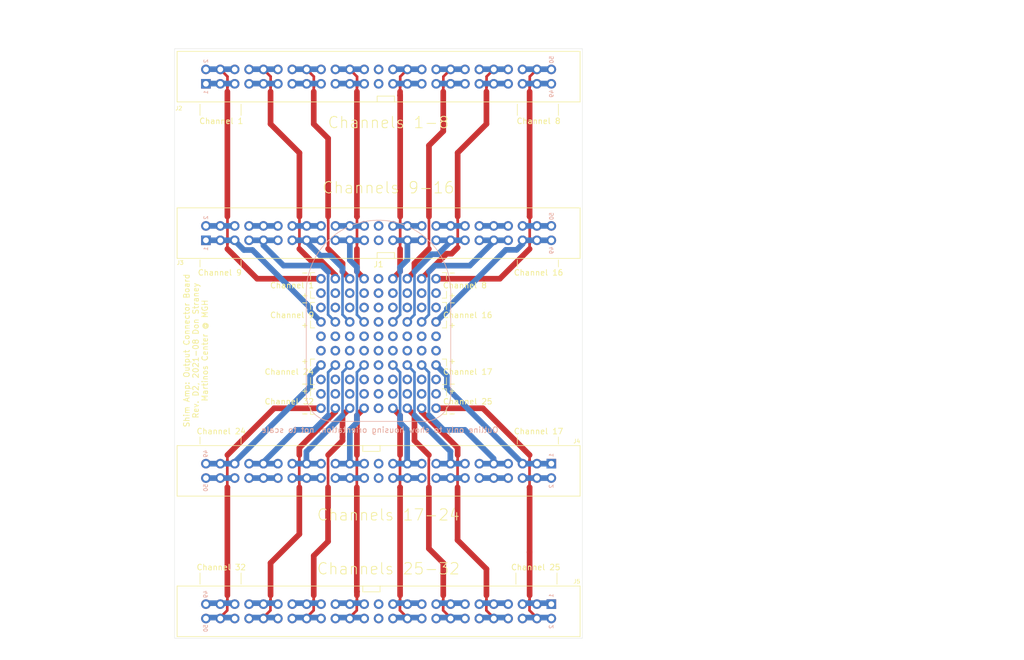
<source format=kicad_pcb>
(kicad_pcb (version 20241229) (generator "pcbnew") (generator_version "9.0")
  (layers (0 "F.Cu" signal) (4 "In1.Cu" signal) (6 "In2.Cu" signal) (2 "B.Cu" signal) (13 "F.Paste" user) (15 "B.Paste" user) (5 "F.SilkS" user "F.Silkscreen") (7 "B.SilkS" user "B.Silkscreen") (1 "F.Mask" user) (3 "B.Mask" user) (25 "Edge.Cuts" user))
  (net 0 "")
  (net 1 "Net-(J1-Pad86)")
  (net 2 "Net-(J1-Pad85)")
  (net 3 "Net-(J1-Pad76)")
  (net 4 "Net-(J1-Pad75)")
  (net 5 "Net-(J1-Pad66)")
  (net 6 "Net-(J1-Pad65)")
  (net 7 "Net-(J1-Pad56)")
  (net 8 "Net-(J1-Pad55)")
  (net 9 "Net-(J1-Pad50)")
  (net 10 "Net-(J1-Pad49)")
  (net 11 "Net-(J1-Pad48)")
  (net 12 "Net-(J1-Pad47)")
  (net 13 "Net-(J1-Pad46)")
  (net 14 "Net-(J1-Pad45)")
  (net 15 "Net-(J1-Pad44)")
  (net 16 "Net-(J1-Pad43)")
  (net 17 "Net-(J1-Pad42)")
  (net 18 "Net-(J1-Pad41)")
  (net 19 "Net-(J1-Pad36)")
  (net 20 "Net-(J1-Pad35)")
  (net 21 "Net-(J1-Pad26)")
  (net 22 "Net-(J1-Pad25)")
  (net 23 "Net-(J1-Pad16)")
  (net 24 "Net-(J1-Pad15)")
  (net 25 "Net-(J1-Pad6)")
  (net 26 "Net-(J1-Pad5)")
  (net 27 "Net-(J2-Pad26)")
  (net 28 "Net-(J2-Pad25)")
  (net 29 "Net-(J3-Pad26)")
  (net 30 "Net-(J3-Pad25)")
  (net 31 "Net-(J4-Pad26)")
  (net 32 "Net-(J4-Pad25)")
  (net 33 "Net-(J5-Pad26)")
  (net 34 "Net-(J5-Pad25)")
  (net 35 "/P32-")
  (net 36 "/P32+")
  (net 37 "/P24-")
  (net 38 "/P24+")
  (net 39 "/P9+")
  (net 40 "/P9-")
  (net 41 "/P1+")
  (net 42 "/P1-")
  (net 43 "/P31-")
  (net 44 "/P31+")
  (net 45 "/P23-")
  (net 46 "/P23+")
  (net 47 "/P10+")
  (net 48 "/P10-")
  (net 49 "/P2+")
  (net 50 "/P2-")
  (net 51 "/P30-")
  (net 52 "/P30+")
  (net 53 "/P22-")
  (net 54 "/P22+")
  (net 55 "/P11+")
  (net 56 "/P11-")
  (net 57 "/P3+")
  (net 58 "/P3-")
  (net 59 "/P29-")
  (net 60 "/P29+")
  (net 61 "/P21-")
  (net 62 "/P21+")
  (net 63 "/P12+")
  (net 64 "/P12-")
  (net 65 "/P4+")
  (net 66 "/P4-")
  (net 67 "/P28-")
  (net 68 "/P28+")
  (net 69 "/P20-")
  (net 70 "/P20+")
  (net 71 "/P13+")
  (net 72 "/P13-")
  (net 73 "/P5+")
  (net 74 "/P5-")
  (net 75 "/P27-")
  (net 76 "/P27+")
  (net 77 "/P19-")
  (net 78 "/P19+")
  (net 79 "/P14+")
  (net 80 "/P14-")
  (net 81 "/P6+")
  (net 82 "/P6-")
  (net 83 "/P26-")
  (net 84 "/P26+")
  (net 85 "/P18-")
  (net 86 "/P18+")
  (net 87 "/P15+")
  (net 88 "/P15-")
  (net 89 "/P7+")
  (net 90 "/P7-")
  (net 91 "/P25-")
  (net 92 "/P25+")
  (net 93 "/P17-")
  (net 94 "/P17+")
  (net 95 "/P16+")
  (net 96 "/P16-")
  (net 97 "/P8+")
  (net 98 "/P8-")
  (footprint "Martinos_std:PinHeader_2x25_P2.54mm_Vertical_Shrouded" (layer "F.Cu") (at 78.54 73.17 90)
    (property "Reference" "J2")
    (property "Value" "Conn_02x25_Odd_Even")
  )
  (footprint "Martinos_std:PinHeader_2x25_P2.54mm_Vertical_Shrouded" (layer "F.Cu") (at 78.54 100.79 90)
    (property "Reference" "J3")
    (property "Value" "Conn_02x25_Odd_Even")
  )
  (footprint "Martinos_std:PinHeader_2x25_P2.54mm_Vertical_Shrouded" (layer "F.Cu") (at 139.5 140.21 -90)
    (property "Reference" "J4")
    (property "Value" "Conn_02x25_Odd_Even")
  )
  (footprint "MountingHole:MountingHole_4.3mm_M4" (layer "F.Cu") (at 89 89.48)
    (property "Reference" "H1" (hide yes))
    (property "Value" "M4")
  )
  (footprint "MountingHole:MountingHole_4.3mm_M4" (layer "F.Cu") (at 89 151.48)
    (property "Reference" "H3" (hide yes))
    (property "Value" "M4")
  )
  (footprint "MountingHole:MountingHole_4.3mm_M4" (layer "F.Cu") (at 129 151.48)
    (property "Reference" "H4" (hide yes))
    (property "Value" "M4")
  )
  (footprint "MountingHole:MountingHole_4.3mm_M4" (layer "F.Cu") (at 129 89.48)
    (property "Reference" "H2" (hide yes))
    (property "Value" "M4")
  )
  (footprint "Martinos_std:PinHeader_2x25_P2.54mm_Vertical_Shrouded" (layer "F.Cu") (at 139.5 165 -90)
    (property "Reference" "J5")
    (property "Value" "Conn_02x25_Odd_Even")
  )
  (footprint "Martinos:ODU-MAC_Zero_10x9" (layer "B.Cu") (at 109 119 180)
    (property "Reference" "J1")
    (property "Value" "ODU-MAC_Zero_10x9")
  )
  (gr_line (start 121 109.75) (end 121 111) (stroke (width 0.12)) (layer "F.SilkS"))
  (gr_line (start 121 111) (end 120.25 111) (stroke (width 0.12)) (layer "F.SilkS"))
  (gr_line (start 121 107.75) (end 121 106.5) (stroke (width 0.12)) (layer "F.SilkS"))
  (gr_line (start 121 106.5) (end 120.25 106.5) (stroke (width 0.12)) (layer "F.SilkS"))
  (gr_line (start 97 113) (end 97 111.75) (stroke (width 0.12)) (layer "F.SilkS"))
  (gr_line (start 97 111.75) (end 97.75 111.75) (stroke (width 0.12)) (layer "F.SilkS"))
  (gr_line (start 97 115) (end 97 116.25) (stroke (width 0.12)) (layer "F.SilkS"))
  (gr_line (start 97 116.25) (end 97.75 116.25) (stroke (width 0.12)) (layer "F.SilkS"))
  (gr_line (start 121 116.25) (end 120.25 116.25) (stroke (width 0.12)) (layer "F.SilkS"))
  (gr_line (start 121 113) (end 121 111.75) (stroke (width 0.12)) (layer "F.SilkS"))
  (gr_line (start 121 115) (end 121 116.25) (stroke (width 0.12)) (layer "F.SilkS"))
  (gr_line (start 121 111.75) (end 120.25 111.75) (stroke (width 0.12)) (layer "F.SilkS"))
  (gr_line (start 121 121.75) (end 120.25 121.75) (stroke (width 0.12)) (layer "F.SilkS"))
  (gr_line (start 121 123) (end 121 121.75) (stroke (width 0.12)) (layer "F.SilkS"))
  (gr_line (start 97 123) (end 97 121.75) (stroke (width 0.12)) (layer "F.SilkS"))
  (gr_line (start 97 121.75) (end 97.75 121.75) (stroke (width 0.12)) (layer "F.SilkS"))
  (gr_line (start 121 126.25) (end 120.25 126.25) (stroke (width 0.12)) (layer "F.SilkS"))
  (gr_line (start 97 125) (end 97 126.25) (stroke (width 0.12)) (layer "F.SilkS"))
  (gr_line (start 121 125) (end 121 126.25) (stroke (width 0.12)) (layer "F.SilkS"))
  (gr_line (start 97 126.25) (end 97.75 126.25) (stroke (width 0.12)) (layer "F.SilkS"))
  (gr_line (start 97 128.25) (end 97 127) (stroke (width 0.12)) (layer "F.SilkS"))
  (gr_line (start 97 131.5) (end 97.75 131.5) (stroke (width 0.12)) (layer "F.SilkS"))
  (gr_line (start 121 127) (end 120.25 127) (stroke (width 0.12)) (layer "F.SilkS"))
  (gr_line (start 121 130.25) (end 121 131.5) (stroke (width 0.12)) (layer "F.SilkS"))
  (gr_line (start 121 128.25) (end 121 127) (stroke (width 0.12)) (layer "F.SilkS"))
  (gr_line (start 121 131.5) (end 120.25 131.5) (stroke (width 0.12)) (layer "F.SilkS"))
  (gr_line (start 97 130.25) (end 97 131.5) (stroke (width 0.12)) (layer "F.SilkS"))
  (gr_line (start 97 127) (end 97.75 127) (stroke (width 0.12)) (layer "F.SilkS"))
  (gr_line (start 84.75 104.25) (end 84.75 105.5) (stroke (width 0.12)) (layer "F.SilkS"))
  (gr_line (start 77.5 104.25) (end 77.5 105.5) (stroke (width 0.12)) (layer "F.SilkS"))
  (gr_line (start 133.25 161.5) (end 133.25 159.5) (stroke (width 0.12)) (layer "F.SilkS"))
  (gr_line (start 140.5 161.5) (end 140.5 159.5) (stroke (width 0.12)) (layer "F.SilkS"))
  (gr_line (start 133.5 136.75) (end 133.5 135.5) (stroke (width 0.12)) (layer "F.SilkS"))
  (gr_line (start 140.75 136.75) (end 140.75 135.5) (stroke (width 0.12)) (layer "F.SilkS"))
  (gr_line (start 133.5 104.25) (end 133.5 105.5) (stroke (width 0.12)) (layer "F.SilkS"))
  (gr_line (start 140.75 104.25) (end 140.75 105.5) (stroke (width 0.12)) (layer "F.SilkS"))
  (gr_line (start 140.75 76.75) (end 140.75 78.75) (stroke (width 0.12)) (layer "F.SilkS"))
  (gr_line (start 97 109.75) (end 97 111) (stroke (width 0.12)) (layer "F.SilkS"))
  (gr_line (start 77.5 161.5) (end 77.5 159.5) (stroke (width 0.12)) (layer "F.SilkS"))
  (gr_line (start 84.75 161.5) (end 84.75 159.5) (stroke (width 0.12)) (layer "F.SilkS"))
  (gr_line (start 84.75 136.75) (end 84.75 135.5) (stroke (width 0.12)) (layer "F.SilkS"))
  (gr_line (start 97 111) (end 97.75 111) (stroke (width 0.12)) (layer "F.SilkS"))
  (gr_line (start 84.75 76.75) (end 84.75 78.75) (stroke (width 0.12)) (layer "F.SilkS"))
  (gr_line (start 97 106.5) (end 97.75 106.5) (stroke (width 0.12)) (layer "F.SilkS"))
  (gr_line (start 77.5 76.75) (end 77.5 78.75) (stroke (width 0.12)) (layer "F.SilkS"))
  (gr_line (start 97 107.75) (end 97 106.5) (stroke (width 0.12)) (layer "F.SilkS"))
  (gr_line (start 133.5 76.75) (end 133.5 78.75) (stroke (width 0.12)) (layer "F.SilkS"))
  (gr_line (start 77.5 136.75) (end 77.5 135.5) (stroke (width 0.12)) (layer "F.SilkS"))
  (gr_line (start 96.25 110) (end 96.25 127.75) (stroke (width 0.12)) (layer "B.SilkS"))
  (gr_arc (start 100.75 132.75) (mid 97.464466 131.181981) (end 96.25 127.75) (stroke (width 0.12)) (layer "B.SilkS"))
  (gr_line (start 100.75 132.75) (end 117.25 132.75) (stroke (width 0.12)) (layer "B.SilkS"))
  (gr_line (start 121.75 110) (end 121.75 127.75) (stroke (width 0.12)) (layer "B.SilkS"))
  (gr_arc (start 96.25 110) (mid 109 97.25) (end 121.75 110) (stroke (width 0.12)) (layer "B.SilkS"))
  (gr_arc (start 121.75 127.75) (mid 120.535534 131.181981) (end 117.25 132.75) (stroke (width 0.12)) (layer "B.SilkS"))
  (gr_line (start 145 171) (end 73 171) (stroke (width 0.05)) (layer "Edge.Cuts"))
  (gr_line (start 145 67) (end 145 171) (stroke (width 0.05)) (layer "Edge.Cuts"))
  (gr_line (start 73 171) (end 73 67) (stroke (width 0.05)) (layer "Edge.Cuts"))
  (gr_line (start 73 67) (end 145 67) (stroke (width 0.05)) (layer "Edge.Cuts"))
  (gr_text "Channel 9" (at 93.75 114 0) (layer "F.SilkS") (effects (font (size 1 1))))
  (gr_text "Channel 16" (at 124.75 114 0) (layer "F.SilkS") (effects (font (size 1 1))))
  (gr_text "Channel 32" (at 93.25 129.25 0) (layer "F.SilkS") (effects (font (size 1 1))))
  (gr_text "Channel 25" (at 124.75 129.25 0) (layer "F.SilkS") (effects (font (size 1 1))))
  (gr_text "Channel 17" (at 124.75 124 0) (layer "F.SilkS") (effects (font (size 1 1))))
  (gr_text "Channel 24" (at 93.25 124 0) (layer "F.SilkS") (effects (font (size 1 1))))
  (gr_text "Channel 8" (at 137.25 79.75 0) (layer "F.SilkS") (effects (font (size 1 1))))
  (gr_text "Channel 16" (at 137.25 106.5 0) (layer "F.SilkS") (effects (font (size 1 1))))
  (gr_text "Channel 9" (at 81 106.5 0) (layer "F.SilkS") (effects (font (size 1 1))))
  (gr_text "Channel 17" (at 137.25 134.5 0) (layer "F.SilkS") (effects (font (size 1 1))))
  (gr_text "Channel 24" (at 81.25 134.5 0) (layer "F.SilkS") (effects (font (size 1 1))))
  (gr_text "Channel 32" (at 81.25 158.5 0) (layer "F.SilkS") (effects (font (size 1 1))))
  (gr_text "Channel 25" (at 136.75 158.5 0) (layer "F.SilkS") (effects (font (size 1 1))))
  (gr_text "Channels 1-8" (at 110.75 80 0) (layer "F.SilkS") (effects (font (size 2 2))))
  (gr_text "Channels 9-16" (at 110.75 91.5 0) (layer "F.SilkS") (effects (font (size 2 2))))
  (gr_text "Channels 17-24" (at 110.75 149.25 0) (layer "F.SilkS") (effects (font (size 2 2))))
  (gr_text "Channels 25-32" (at 110.75 158.75 0) (layer "F.SilkS") (effects (font (size 2 2))))
  (gr_text "-" (at 96 126.25 180) (layer "F.SilkS") (effects (font (size 1 1))))
  (gr_text "+" (at 96 122.25 180) (layer "F.SilkS") (effects (font (size 1 1))))
  (gr_text "+" (at 96 127.5 180) (layer "F.SilkS") (effects (font (size 1 1))))
  (gr_text "-" (at 96 131.5 180) (layer "F.SilkS") (effects (font (size 1 1))))
  (gr_text "-" (at 122 111.75 0) (layer "F.SilkS") (effects (font (size 1 1))))
  (gr_text "+" (at 122 115.75 0) (layer "F.SilkS") (effects (font (size 1 1))))
  (gr_text "+" (at 122 127.5 180) (layer "F.SilkS") (effects (font (size 1 1))))
  (gr_text "-" (at 122 131.5 180) (layer "F.SilkS") (effects (font (size 1 1))))
  (gr_text "+" (at 122 110.5 0) (layer "F.SilkS") (effects (font (size 1 1))))
  (gr_text "+" (at 96 115.75 0) (layer "F.SilkS") (effects (font (size 1 1))))
  (gr_text "+" (at 122 122.25 180) (layer "F.SilkS") (effects (font (size 1 1))))
  (gr_text "-" (at 96 111.75 0) (layer "F.SilkS") (effects (font (size 1 1))))
  (gr_text "Channel 1" (at 93.75 108.75 0) (layer "F.SilkS") (effects (font (size 1 1))))
  (gr_text "Channel 8" (at 124.25 108.75 0) (layer "F.SilkS") (effects (font (size 1 1))))
  (gr_text "-" (at 96 106.5 0) (layer "F.SilkS") (effects (font (size 1 1))))
  (gr_text "Channel 1" (at 81.25 79.75 0) (layer "F.SilkS") (effects (font (size 1 1))))
  (gr_text "Shim Amp: Output Connector Board\nRev. D2, 2021-08 Don Straney\nMartinos Center @ MGH" (at 76.75 120.25 90) (layer "F.SilkS") (effects (font (size 1 1))))
  (gr_text "-" (at 122 106.5 0) (layer "F.SilkS") (effects (font (size 1 1))))
  (gr_text "+" (at 96 110.5 0) (layer "F.SilkS") (effects (font (size 1 1))))
  (gr_text "-" (at 122 126.25 180) (layer "F.SilkS") (effects (font (size 1 1))))
  (gr_text "Outline only to show housing orientation, not to scale" (at 109.25 134.25 0) (layer "B.SilkS") (effects (font (size 1 1)) (justify mirror)))
  (segment (start 98.84 130.43) (end 90.585 130.43) (width 1) (layer "F.Cu") (net 35))
  (segment (start 90.585 130.43) (end 82.33 138.685) (width 1) (layer "F.Cu") (net 35))
  (segment (start 82.33 144.4) (end 82.33 163.45) (width 1) (layer "F.Cu") (net 35))
  (segment (start 82.33 138.685) (end 82.33 139.587798) (width 0.47) (layer "F.Cu") (net 35))
  (segment (start 82.305001 166.104999) (end 81.04 167.37) (width 0.47) (layer "F.Cu") (net 35))
  (segment (start 82.33 163.45) (end 82.33 164.207798) (width 0.47) (layer "F.Cu") (net 35))
  (segment (start 82.305001 164.232797) (end 82.305001 166.104999) (width 0.47) (layer "F.Cu") (net 35))
  (segment (start 82.33 164.207798) (end 82.305001 164.232797) (width 0.47) (layer "F.Cu") (net 35))
  (segment (start 82.33 139.587798) (end 82.314999 139.602799) (width 0.47) (layer "F.Cu") (net 35))
  (segment (start 82.314999 139.602799) (end 82.314999 144.384999) (width 0.47) (layer "F.Cu") (net 35))
  (segment (start 82.314999 144.384999) (end 82.33 144.4) (width 1) (layer "F.Cu") (net 35))
  (segment (start 78.54 167.37) (end 83.62 167.37) (width 1) (layer "B.Cu") (net 35))
  (segment (start 78.54 164.83) (end 83.62 164.83) (width 1) (layer "B.Cu") (net 36))
  (segment (start 83.33 142.75) (end 78.25 142.75) (width 1) (layer "B.Cu") (net 37))
  (segment (start 96.935 124.715) (end 96.935 126.62) (width 1) (layer "B.Cu") (net 38))
  (segment (start 83.33 140.21) (end 78.25 140.21) (width 1) (layer "B.Cu") (net 38))
  (segment (start 98.84 122.81) (end 96.935 124.715) (width 1) (layer "B.Cu") (net 38))
  (segment (start 83.58 139.975) (end 83.58 140.21) (width 1) (layer "B.Cu") (net 38))
  (segment (start 96.935 126.62) (end 83.58 139.975) (width 1) (layer "B.Cu") (net 38))
  (segment (start 85.25 102.5) (end 83.62 100.87) (width 1) (layer "B.Cu") (net 39))
  (segment (start 78.79 100.79) (end 83.87 100.79) (width 1) (layer "B.Cu") (net 39))
  (segment (start 86.75 102.5) (end 85.25 102.5) (width 1) (layer "B.Cu") (net 39))
  (segment (start 96.935 113.285) (end 96.935 112.685) (width 1) (layer "B.Cu") (net 39))
  (segment (start 96.935 112.685) (end 86.75 102.5) (width 1) (layer "B.Cu") (net 39))
  (segment (start 98.84 115.19) (end 96.935 113.285) (width 1) (layer "B.Cu") (net 39))
  (segment (start 83.62 100.87) (end 83.62 100.79) (width 1) (layer "B.Cu") (net 39))
  (segment (start 78.79 98.25) (end 83.87 98.25) (width 1) (layer "B.Cu") (net 40))
  (segment (start 78.54 73.13) (end 83.62 73.13) (width 1) (layer "B.Cu") (net 41))
  (segment (start 82.33 101.412202) (end 82.345001 101.397201) (width 0.47) (layer "F.Cu") (net 42))
  (segment (start 82.33 73.792202) (end 82.345001 73.777201) (width 0.47) (layer "F.Cu") (net 42))
  (segment (start 82.33 102.315) (end 82.33 101.412202) (width 0.47) (layer "F.Cu") (net 42))
  (segment (start 82.33 74.55) (end 82.33 96.6) (width 1) (layer "F.Cu") (net 42))
  (segment (start 87.585 107.57) (end 82.33 102.315) (width 1) (layer "F.Cu") (net 42))
  (segment (start 98.84 107.57) (end 87.585 107.57) (width 1) (layer "F.Cu") (net 42))
  (segment (start 82.345001 101.397201) (end 82.345001 96.615001) (width 0.47) (layer "F.Cu") (net 42))
  (segment (start 82.33 74.55) (end 82.33 73.792202) (width 0.47) (layer "F.Cu") (net 42))
  (segment (start 82.345001 73.777201) (end 82.345001 71.895001) (width 0.47) (layer "F.Cu") (net 42))
  (segment (start 82.345001 71.895001) (end 81.08 70.63) (width 0.47) (layer "F.Cu") (net 42))
  (segment (start 78.54 70.59) (end 83.62 70.59) (width 1) (layer "B.Cu") (net 42))
  (segment (start 95.03 143.765) (end 95.03 144.4) (width 0.47) (layer "F.Cu") (net 43))
  (segment (start 101.38 131.065) (end 95.03 137.415) (width 1) (layer "F.Cu") (net 43))
  (segment (start 95.03 137.415) (end 95.03 138.685) (width 1) (layer "F.Cu") (net 43))
  (segment (start 95.014999 143.749999) (end 95.03 143.765) (width 0.47) (layer "F.Cu") (net 43))
  (segment (start 95.014999 139.602799) (end 95.014999 143.749999) (width 0.47) (layer "F.Cu") (net 43))
  (segment (start 95.03 138.685) (end 95.03 139.587798) (width 0.47) (layer "F.Cu") (net 43))
  (segment (start 95.03 144.4) (end 95.03 152.655) (width 1) (layer "F.Cu") (net 43))
  (segment (start 95.03 152.655) (end 89.95 157.735) (width 1) (layer "F.Cu") (net 43))
  (segment (start 89.95 157.735) (end 89.95 163.45) (width 1) (layer "F.Cu") (net 43))
  (segment (start 101.38 130.43) (end 101.38 131.065) (width 1) (layer "F.Cu") (net 43))
  (segment (start 95.03 139.587798) (end 95.014999 139.602799) (width 0.47) (layer "F.Cu") (net 43))
  (segment (start 89.95 163.45) (end 89.95 164.207798) (width 0.47) (layer "F.Cu") (net 43))
  (segment (start 89.925001 166.104999) (end 88.66 167.37) (width 0.47) (layer "F.Cu") (net 43))
  (segment (start 89.925001 164.232797) (end 89.925001 166.104999) (width 0.47) (layer "F.Cu") (net 43))
  (segment (start 89.95 164.207798) (end 89.925001 164.232797) (width 0.47) (layer "F.Cu") (net 43))
  (segment (start 91.24 167.37) (end 86.16 167.37) (width 1) (layer "B.Cu") (net 43))
  (segment (start 86.16 164.83) (end 91.24 164.83) (width 1) (layer "B.Cu") (net 44))
  (segment (start 90.95 142.75) (end 85.87 142.75) (width 1) (layer "B.Cu") (net 45))
  (segment (start 101.38 122.81) (end 100.11 124.08) (width 0.47) (layer "B.Cu") (net 46))
  (segment (start 100.11 124.08) (end 100.11 131.7) (width 0.47) (layer "B.Cu") (net 46))
  (segment (start 97.57 134.24) (end 94.395 134.24) (width 1) (layer "B.Cu") (net 46))
  (segment (start 88.66 139.975) (end 88.66 140.21) (width 1) (layer "B.Cu") (net 46))
  (segment (start 100.11 131.7) (end 97.57 134.24) (width 1) (layer "B.Cu") (net 46))
  (segment (start 94.395 134.24) (end 88.66 139.975) (width 1) (layer "B.Cu") (net 46))
  (segment (start 90.95 140.21) (end 85.87 140.21) (width 1) (layer "B.Cu") (net 46))
  (segment (start 100.105001 107.144999) (end 100.105001 113.915001) (width 0.47) (layer "B.Cu") (net 47))
  (segment (start 97.5 105.25) (end 99 105.25) (width 1) (layer "B.Cu") (net 47))
  (segment (start 100.105001 113.915001) (end 101.38 115.19) (width 0.47) (layer "B.Cu") (net 47))
  (segment (start 86.41 100.79) (end 91.49 100.79) (width 1) (layer "B.Cu") (net 47))
  (segment (start 100.114999 106.364999) (end 99 105.25) (width 1) (layer "B.Cu") (net 47))
  (segment (start 88.7 100.79) (end 88.7 101.7) (width 1) (layer "B.Cu") (net 47))
  (segment (start 100.114999 106.364999) (end 100.114999 107.135001) (width 0.47) (layer "B.Cu") (net 47))
  (segment (start 92.25 105.25) (end 97.5 105.25) (width 1) (layer "B.Cu") (net 47))
  (segment (start 100.114999 107.135001) (end 100.105001 107.144999) (width 0.47) (layer "B.Cu") (net 47))
  (segment (start 88.7 101.7) (end 92.25 105.25) (width 1) (layer "B.Cu") (net 47))
  (segment (start 101.38 115.19) (end 101.38 115.13) (width 0.47) (layer "B.Cu") (net 47))
  (segment (start 101.38 112.65) (end 101.38 112.62) (width 0.47) (layer "B.Cu") (net 48))
  (segment (start 86.41 98.25) (end 91.49 98.25) (width 1) (layer "B.Cu") (net 48))
  (segment (start 86.16 73.13) (end 91.24 73.13) (width 1) (layer "B.Cu") (net 49))
  (segment (start 89.95 74.55) (end 89.95 80.265) (width 1) (layer "F.Cu") (net 50))
  (segment (start 97.2425 104.5275) (end 95.03 102.315) (width 1) (layer "F.Cu") (net 50))
  (segment (start 98.9725 104.5275) (end 97.2425 104.5275) (width 1) (layer "F.Cu") (net 50))
  (segment (start 89.95 73.792202) (end 89.965001 73.777201) (width 0.47) (layer "F.Cu") (net 50))
  (segment (start 101.38 106.935) (end 98.9725 104.5275) (width 1) (layer "F.Cu") (net 50))
  (segment (start 95.03 102.315) (end 95.03 101.412202) (width 0.47) (layer "F.Cu") (net 50))
  (segment (start 89.95 74.55) (end 89.95 73.792202) (width 0.47) (layer "F.Cu") (net 50))
  (segment (start 89.95 80.265) (end 95.045001 85.360001) (width 1) (layer "F.Cu") (net 50))
  (segment (start 95.045001 101.397201) (end 95.045001 96.615001) (width 0.47) (layer "F.Cu") (net 50))
  (segment (start 95.045001 85.360001) (end 95.045001 95.115001) (width 1) (layer "F.Cu") (net 50))
  (segment (start 95.03 101.412202) (end 95.045001 101.397201) (width 0.47) (layer "F.Cu") (net 50))
  (segment (start 101.38 107.57) (end 101.38 106.935) (width 1) (layer "F.Cu") (net 50))
  (segment (start 89.965001 71.895001) (end 88.7 70.63) (width 0.47) (layer "F.Cu") (net 50))
  (segment (start 89.965001 73.777201) (end 89.965001 71.895001) (width 0.47) (layer "F.Cu") (net 50))
  (segment (start 95.045001 95.115001) (end 95.045001 96.615001) (width 1) (layer "F.Cu") (net 50))
  (segment (start 86.16 70.59) (end 91.24 70.59) (width 1) (layer "B.Cu") (net 50))
  (segment (start 100.094999 144.384999) (end 100.094999 153.940001) (width 1) (layer "F.Cu") (net 51))
  (segment (start 97.57 156.465) (end 97.57 163.45) (width 1) (layer "F.Cu") (net 51))
  (segment (start 100.094999 153.940001) (end 97.57 156.465) (width 1) (layer "F.Cu") (net 51))
  (segment (start 97.554999 164.222799) (end 97.554999 166.095001) (width 0.47) (layer "F.Cu") (net 51))
  (segment (start 97.57 164.207798) (end 97.554999 164.222799) (width 0.47) (layer "F.Cu") (net 51))
  (segment (start 97.57 163.45) (end 97.57 164.207798) (width 0.47) (layer "F.Cu") (net 51))
  (segment (start 97.554999 166.095001) (end 96.28 167.37) (width 0.47) (layer "F.Cu") (net 51))
  (segment (start 100.094999 138.700001) (end 100.094999 144.384999) (width 0.47) (layer "F.Cu") (net 51))
  (segment (start 103.92 130.43) (end 102.65 131.7) (width 1) (layer "F.Cu") (net 51))
  (segment (start 102.65 136.145) (end 100.11 138.685) (width 1) (layer "F.Cu") (net 51))
  (segment (start 102.65 131.7) (end 102.65 135.51) (width 1) (layer "F.Cu") (net 51))
  (segment (start 102.65 135.51) (end 102.65 136.145) (width 1) (layer "F.Cu") (net 51))
  (segment (start 100.11 138.685) (end 100.094999 138.700001) (width 0.47) (layer "F.Cu") (net 51))
  (segment (start 93.78 167.37) (end 98.86 167.37) (width 1) (layer "B.Cu") (net 51))
  (segment (start 93.78 164.83) (end 98.86 164.83) (width 1) (layer "B.Cu") (net 52))
  (segment (start 98.57 142.75) (end 93.49 142.75) (width 1) (layer "B.Cu") (net 53))
  (segment (start 96.28 138.07) (end 96.28 140.21) (width 1) (layer "B.Cu") (net 54))
  (segment (start 102.65 131.7) (end 96.28 138.07) (width 1) (layer "B.Cu") (net 54))
  (segment (start 103.92 122.81) (end 102.65 124.08) (width 0.47) (layer "B.Cu") (net 54))
  (segment (start 102.65 124.08) (end 102.65 131.7) (width 0.47) (layer "B.Cu") (net 54))
  (segment (start 98.57 140.21) (end 93.49 140.21) (width 1) (layer "B.Cu") (net 54))
  (segment (start 103.92 115.19) (end 103.92 115.13) (width 0.47) (layer "B.Cu") (net 55))
  (segment (start 96.32 100.79) (end 96.32 101.07) (width 1) (layer "B.Cu") (net 55))
  (segment (start 100.5 103.5) (end 102.65 105.65) (width 1) (layer "B.Cu") (net 55))
  (segment (start 102.65 105.65) (end 102.65 106.3) (width 1) (layer "B.Cu") (net 55))
  (segment (start 103.92 115.19) (end 102.65 113.92) (width 0.47) (layer "B.Cu") (net 55))
  (segment (start 94.03 100.79) (end 99.11 100.79) (width 1) (layer "B.Cu") (net 55))
  (segment (start 96.32 101.07) (end 98.75 103.5) (width 1) (layer "B.Cu") (net 55))
  (segment (start 102.65 113.92) (end 102.65 106.3) (width 0.47) (layer "B.Cu") (net 55))
  (segment (start 98.75 103.5) (end 100.5 103.5) (width 1) (layer "B.Cu") (net 55))
  (segment (start 103.92 112.65) (end 103.92 112.62) (width 0.47) (layer "B.Cu") (net 56))
  (segment (start 94.03 98.25) (end 99.11 98.25) (width 1) (layer "B.Cu") (net 56))
  (segment (start 93.78 73.13) (end 98.86 73.13) (width 1) (layer "B.Cu") (net 57))
  (segment (start 100.11 82.805) (end 100.11 95.1) (width 1) (layer "F.Cu") (net 58))
  (segment (start 100.125001 97.250001) (end 100.11 97.235) (width 0.47) (layer "F.Cu") (net 58))
  (segment (start 97.585001 73.777201) (end 97.585001 71.895001) (width 0.47) (layer "F.Cu") (net 58))
  (segment (start 100.11 102.315) (end 100.11 101.412202) (width 0.47) (layer "F.Cu") (net 58))
  (segment (start 97.57 74.55) (end 97.57 80.265) (width 1) (layer "F.Cu") (net 58))
  (segment (start 97.57 74.55) (end 97.57 73.792202) (width 0.47) (layer "F.Cu") (net 58))
  (segment (start 100.125001 101.397201) (end 100.125001 97.250001) (width 0.47) (layer "F.Cu") (net 58))
  (segment (start 100.11 97.235) (end 100.11 96.6) (width 0.47) (layer "F.Cu") (net 58))
  (segment (start 103.92 107.57) (end 102.65 106.3) (width 1) (layer "F.Cu") (net 58))
  (segment (start 102.65 104.855) (end 100.11 102.315) (width 1) (layer "F.Cu") (net 58))
  (segment (start 97.57 80.265) (end 100.11 82.805) (width 1) (layer "F.Cu") (net 58))
  (segment (start 100.11 101.412202) (end 100.125001 101.397201) (width 0.47) (layer "F.Cu") (net 58))
  (segment (start 97.57 73.792202) (end 97.585001 73.777201) (width 0.47) (layer "F.Cu") (net 58))
  (segment (start 97.585001 71.895001) (end 96.32 70.63) (width 0.47) (layer "F.Cu") (net 58))
  (segment (start 100.11 95.1) (end 100.11 96.6) (width 1) (layer "F.Cu") (net 58))
  (segment (start 102.65 106.3) (end 102.65 104.855) (width 1) (layer "F.Cu") (net 58))
  (segment (start 93.78 70.59) (end 98.86 70.59) (width 1) (layer "B.Cu") (net 58))
  (segment (start 106.46 130.43) (end 105.19 131.7) (width 1) (layer "F.Cu") (net 59))
  (segment (start 105.19 131.7) (end 105.19 138.685) (width 1) (layer "F.Cu") (net 59))
  (segment (start 105.165001 166.104999) (end 103.9 167.37) (width 0.47) (layer "F.Cu") (net 59))
  (segment (start 105.19 138.685) (end 105.19 139.587798) (width 0.47) (layer "F.Cu") (net 59))
  (segment (start 105.174999 144.384999) (end 105.174999 162.759401) (width 1) (layer "F.Cu") (net 59))
  (segment (start 105.19 163.45) (end 105.19 164.207798) (width 0.47) (layer "F.Cu") (net 59))
  (segment (start 105.174999 139.602799) (end 105.174999 144.384999) (width 0.47) (layer "F.Cu") (net 59))
  (segment (start 105.19 139.587798) (end 105.174999 139.602799) (width 0.47) (layer "F.Cu") (net 59))
  (segment (start 105.19 162.774402) (end 105.19 163.45) (width 1) (layer "F.Cu") (net 59))
  (segment (start 105.174999 162.759401) (end 105.19 162.774402) (width 1) (layer "F.Cu") (net 59))
  (segment (start 105.165001 164.232797) (end 105.165001 166.104999) (width 0.47) (layer "F.Cu") (net 59))
  (segment (start 105.19 164.207798) (end 105.165001 164.232797) (width 0.47) (layer "F.Cu") (net 59))
  (segment (start 101.4 167.37) (end 106.48 167.37) (width 1) (layer "B.Cu") (net 59))
  (segment (start 101.4 164.83) (end 106.48 164.83) (width 1) (layer "B.Cu") (net 60))
  (segment (start 106.19 142.75) (end 101.11 142.75) (width 1) (layer "B.Cu") (net 61))
  (segment (start 105.19 124.08) (end 105.19 131.7) (width 0.47) (layer "B.Cu") (net 62))
  (segment (start 106.46 122.81) (end 105.19 124.08) (width 0.47) (layer "B.Cu") (net 62))
  (segment (start 106.19 140.21) (end 101.11 140.21) (width 1) (layer "B.Cu") (net 62))
  (segment (start 105.19 131.7) (end 105.19 132.97) (width 1) (layer "B.Cu") (net 62))
  (segment (start 103.94 134.22) (end 103.94 140.17) (width 1) (layer "B.Cu") (net 62))
  (segment (start 103.94 140.17) (end 103.9 140.21) (width 1) (layer "B.Cu") (net 62))
  (segment (start 105.19 132.97) (end 103.94 134.22) (width 1) (layer "B.Cu") (net 62))
  (segment (start 105.19 113.92) (end 105.19 106.3) (width 0.47) (layer "B.Cu") (net 63))
  (segment (start 106.46 115.19) (end 105.19 113.92) (width 0.47) (layer "B.Cu") (net 63))
  (segment (start 103.94 104.25) (end 103.94 100.79) (width 1) (layer "B.Cu") (net 63))
  (segment (start 105.19 106.3) (end 105.19 105.5) (width 1) (layer "B.Cu") (net 63))
  (segment (start 106.46 115.19) (end 106.46 115.13) (width 0.47) (layer "B.Cu") (net 63))
  (segment (start 105.19 105.53) (end 103.94 104.28) (width 1) (layer "B.Cu") (net 63))
  (segment (start 101.65 100.79) (end 106.73 100.79) (width 1) (layer "B.Cu") (net 63))
  (segment (start 101.65 98.25) (end 106.73 98.25) (width 1) (layer "B.Cu") (net 64))
  (segment (start 106.46 112.65) (end 106.46 112.62) (width 0.47) (layer "B.Cu") (net 64))
  (segment (start 101.4 73.13) (end 106.48 73.13) (width 1) (layer "B.Cu") (net 65))
  (segment (start 105.214999 73.767203) (end 105.214999 71.904999) (width 0.47) (layer "F.Cu") (net 66))
  (segment (start 105.19 101.412202) (end 105.205001 101.397201) (width 0.47) (layer "F.Cu") (net 66))
  (segment (start 105.19 106.3) (end 105.19 102.315) (width 1) (layer "F.Cu") (net 66))
  (segment (start 105.19 73.792202) (end 105.214999 73.767203) (width 0.47) (layer "F.Cu") (net 66))
  (segment (start 106.46 107.57) (end 105.19 106.3) (width 1) (layer "F.Cu") (net 66))
  (segment (start 105.19 74.55) (end 105.19 73.792202) (width 0.47) (layer "F.Cu") (net 66))
  (segment (start 105.19 74.55) (end 105.19 96.6) (width 1) (layer "F.Cu") (net 66))
  (segment (start 105.214999 71.904999) (end 103.94 70.63) (width 0.47) (layer "F.Cu") (net 66))
  (segment (start 105.19 102.315) (end 105.19 101.412202) (width 0.47) (layer "F.Cu") (net 66))
  (segment (start 105.19 96.6) (end 105.205001 96.615001) (width 1) (layer "F.Cu") (net 66))
  (segment (start 105.205001 101.397201) (end 105.205001 96.615001) (width 0.47) (layer "F.Cu") (net 66))
  (segment (start 101.4 70.59) (end 106.48 70.59) (width 1) (layer "B.Cu") (net 66))
  (segment (start 112.81 163.45) (end 112.81 164.207798) (width 0.47) (layer "F.Cu") (net 67))
  (segment (start 112.81 138.685) (end 112.81 139.587798) (width 0.47) (layer "F.Cu") (net 67))
  (segment (start 112.785001 164.232797) (end 112.785001 166.095001) (width 0.47) (layer "F.Cu") (net 67))
  (segment (start 112.81 139.587798) (end 112.794999 139.602799) (width 0.47) (layer "F.Cu") (net 67))
  (segment (start 112.81 144.4) (end 112.81 163.45) (width 1) (layer "F.Cu") (net 67))
  (segment (start 112.81 164.207798) (end 112.785001 164.232797) (width 0.47) (layer "F.Cu") (net 67))
  (segment (start 112.794999 139.602799) (end 112.794999 144.384999) (width 0.47) (layer "F.Cu") (net 67))
  (segment (start 112.794999 144.384999) (end 112.81 144.4) (width 1) (layer "F.Cu") (net 67))
  (segment (start 112.785001 166.095001) (end 114.06 167.37) (width 0.47) (layer "F.Cu") (net 67))
  (segment (start 111.54 130.43) (end 112.81 131.7) (width 1) (layer "F.Cu") (net 67))
  (segment (start 112.81 131.7) (end 112.81 138.685) (width 1) (layer "F.Cu") (net 67))
  (segment (start 111.56 167.37) (end 116.64 167.37) (width 1) (layer "B.Cu") (net 67))
  (segment (start 111.56 164.83) (end 116.64 164.83) (width 1) (layer "B.Cu") (net 68))
  (segment (start 111.54 125.35) (end 111.54 125.38) (width 0.47) (layer "B.Cu") (net 69))
  (segment (start 116.35 142.75) (end 111.27 142.75) (width 1) (layer "B.Cu") (net 69))
  (segment (start 111.54 122.81) (end 111.54 122.87) (width 0.47) (layer "B.Cu") (net 70))
  (segment (start 112.81 124.08) (end 112.81 131.7) (width 0.47) (layer "B.Cu") (net 70))
  (segment (start 111.54 122.81) (end 112.81 124.08) (width 0.47) (layer "B.Cu") (net 70))
  (segment (start 112.81 132.97) (end 114.06 134.22) (width 1) (layer "B.Cu") (net 70))
  (segment (start 114.06 134.22) (end 114.06 140.21) (width 1) (layer "B.Cu") (net 70))
  (segment (start 112.81 131.7) (end 112.81 132.97) (width 1) (layer "B.Cu") (net 70))
  (segment (start 116.35 140.21) (end 111.27 140.21) (width 1) (layer "B.Cu") (net 70))
  (segment (start 112.81 113.92) (end 112.81 106.3) (width 0.47) (layer "B.Cu") (net 71))
  (segment (start 111.54 115.19) (end 112.81 113.92) (width 0.47) (layer "B.Cu") (net 71))
  (segment (start 111.81 100.79) (end 116.89 100.79) (width 1) (layer "B.Cu") (net 71))
  (segment (start 112.81 105.53) (end 114.1 104.24) (width 1) (layer "B.Cu") (net 71))
  (segment (start 114.1 104.25) (end 114.1 100.79) (width 1) (layer "B.Cu") (net 71))
  (segment (start 112.81 105.53) (end 112.81 106.3) (width 1) (layer "B.Cu") (net 71))
  (segment (start 111.81 98.25) (end 116.89 98.25) (width 1) (layer "B.Cu") (net 72))
  (segment (start 111.56 73.13) (end 116.64 73.13) (width 1) (layer "B.Cu") (net 73))
  (segment (start 112.825001 101.397201) (end 112.825001 96.615001) (width 0.47) (layer "F.Cu") (net 74))
  (segment (start 112.81 75.225598) (end 112.825001 75.240599) (width 1) (layer "F.Cu") (net 74))
  (segment (start 112.81 106.3) (end 112.81 102.315) (width 1) (layer "F.Cu") (net 74))
  (segment (start 112.825001 95.115001) (end 112.825001 96.615001) (width 1) (layer "F.Cu") (net 74))
  (segment (start 112.81 102.315) (end 112.81 101.412202) (width 0.47) (layer "F.Cu") (net 74))
  (segment (start 112.81 101.412202) (end 112.825001 101.397201) (width 0.47) (layer "F.Cu") (net 74))
  (segment (start 112.81 73.792202) (end 112.834999 73.767203) (width 0.47) (layer "F.Cu") (net 74))
  (segment (start 112.834999 71.895001) (end 114.1 70.63) (width 0.47) (layer "F.Cu") (net 74))
  (segment (start 111.54 107.57) (end 112.81 106.3) (width 1) (layer "F.Cu") (net 74))
  (segment (start 112.81 74.55) (end 112.81 73.792202) (width 0.47) (layer "F.Cu") (net 74))
  (segment (start 112.81 74.55) (end 112.81 75.225598) (width 1) (layer "F.Cu") (net 74))
  (segment (start 112.834999 73.767203) (end 112.834999 71.895001) (width 0.47) (layer "F.Cu") (net 74))
  (segment (start 112.825001 75.240599) (end 112.825001 95.115001) (width 1) (layer "F.Cu") (net 74))
  (segment (start 111.56 70.59) (end 116.64 70.59) (width 1) (layer "B.Cu") (net 74))
  (segment (start 115.35 131.7) (end 115.35 136.145) (width 1) (layer "F.Cu") (net 75))
  (segment (start 114.08 130.43) (end 115.35 131.7) (width 1) (layer "F.Cu") (net 75))
  (segment (start 115.35 136.145) (end 117.89 138.685) (width 1) (layer "F.Cu") (net 75))
  (segment (start 117.89 139.587798) (end 117.874999 139.602799) (width 0.47) (layer "F.Cu") (net 75))
  (segment (start 117.89 155.195) (end 120.43 157.735) (width 1) (layer "F.Cu") (net 75))
  (segment (start 117.89 143.765) (end 117.89 144.4) (width 0.47) (layer "F.Cu") (net 75))
  (segment (start 117.874999 143.749999) (end 117.89 143.765) (width 0.47) (layer "F.Cu") (net 75))
  (segment (start 117.89 144.4) (end 117.89 155.195) (width 1) (layer "F.Cu") (net 75))
  (segment (start 120.414999 164.222799) (end 120.414999 166.104999) (width 0.47) (layer "F.Cu") (net 75))
  (segment (start 120.43 157.735) (end 120.43 163.45) (width 1) (layer "F.Cu") (net 75))
  (segment (start 120.43 164.207798) (end 120.414999 164.222799) (width 0.47) (layer "F.Cu") (net 75))
  (segment (start 117.874999 139.602799) (end 117.874999 143.749999) (width 0.47) (layer "F.Cu") (net 75))
  (segment (start 117.89 138.685) (end 117.89 139.587798) (width 0.47) (layer "F.Cu") (net 75))
  (segment (start 120.414999 166.104999) (end 121.68 167.37) (width 0.47) (layer "F.Cu") (net 75))
  (segment (start 120.43 163.45) (end 120.43 164.207798) (width 0.47) (layer "F.Cu") (net 75))
  (segment (start 119.18 167.37) (end 124.26 167.37) (width 1) (layer "B.Cu") (net 75))
  (segment (start 119.18 164.83) (end 124.26 164.83) (width 1) (layer "B.Cu") (net 76))
  (segment (start 114.08 125.35) (end 114.08 125.38) (width 0.47) (layer "B.Cu") (net 77))
  (segment (start 123.97 142.75) (end 118.89 142.75) (width 1) (layer "B.Cu") (net 77))
  (segment (start 114.08 122.81) (end 115.35 124.08) (width 0.47) (layer "B.Cu") (net 78))
  (segment (start 115.35 124.08) (end 115.35 131.7) (width 0.47) (layer "B.Cu") (net 78))
  (segment (start 121.68 138.07) (end 121.68 140.21) (width 1) (layer "B.Cu") (net 78))
  (segment (start 121.7 138.05) (end 121.68 138.07) (width 1) (layer "B.Cu") (net 78))
  (segment (start 115.35 131.7) (end 121.7 138.05) (width 1) (layer "B.Cu") (net 78))
  (segment (start 114.08 122.81) (end 114.08 122.87) (width 0.47) (layer "B.Cu") (net 78))
  (segment (start 123.97 140.21) (end 118.89 140.21) (width 1) (layer "B.Cu") (net 78))
  (segment (start 119.5 103.25) (end 118.4 103.25) (width 1) (layer "B.Cu") (net 79))
  (segment (start 118.4 103.25) (end 115.35 106.3) (width 1) (layer "B.Cu") (net 79))
  (segment (start 121.72 100.79) (end 121.72 101.03) (width 1) (layer "B.Cu") (net 79))
  (segment (start 121.72 101.03) (end 119.5 103.25) (width 1) (layer "B.Cu") (net 79))
  (segment (start 114.08 115.19) (end 115.35 113.92) (width 0.47) (layer "B.Cu") (net 79))
  (segment (start 115.35 113.92) (end 115.35 106.3) (width 0.47) (layer "B.Cu") (net 79))
  (segment (start 119.43 100.79) (end 124.51 100.79) (width 1) (layer "B.Cu") (net 79))
  (segment (start 119.43 98.25) (end 124.51 98.25) (width 1) (layer "B.Cu") (net 80))
  (segment (start 119.18 73.13) (end 124.26 73.13) (width 1) (layer "B.Cu") (net 81))
  (segment (start 120.43 74.55) (end 120.43 73.792202) (width 0.47) (layer "F.Cu") (net 82))
  (segment (start 120.43 73.792202) (end 120.445001 73.777201) (width 0.47) (layer "F.Cu") (net 82))
  (segment (start 120.43 74.55) (end 120.43 81.535) (width 1) (layer "F.Cu") (net 82))
  (segment (start 120.43 81.535) (end 117.905001 84.059999) (width 1) (layer "F.Cu") (net 82))
  (segment (start 120.445001 71.904999) (end 121.72 70.63) (width 0.47) (layer "F.Cu") (net 82))
  (segment (start 117.905001 84.059999) (end 117.905001 95.115001) (width 1) (layer "F.Cu") (net 82))
  (segment (start 114.08 107.57) (end 115.35 106.3) (width 1) (layer "F.Cu") (net 82))
  (segment (start 117.905001 95.115001) (end 117.905001 96.615001) (width 1) (layer "F.Cu") (net 82))
  (segment (start 115.35 106.3) (end 115.35 104.855) (width 1) (layer "F.Cu") (net 82))
  (segment (start 120.445001 73.777201) (end 120.445001 71.904999) (width 0.47) (layer "F.Cu") (net 82))
  (segment (start 117.89 102.315) (end 117.905001 102.299999) (width 0.47) (layer "F.Cu") (net 82))
  (segment (start 115.35 104.855) (end 117.89 102.315) (width 1) (layer "F.Cu") (net 82))
  (segment (start 117.905001 102.299999) (end 117.905001 96.615001) (width 0.47) (layer "F.Cu") (net 82))
  (segment (start 119.18 70.59) (end 124.26 70.59) (width 1) (layer "B.Cu") (net 82))
  (segment (start 116.62 130.43) (end 116.62 131.065) (width 1) (layer "F.Cu") (net 83))
  (segment (start 122.97 137.415) (end 122.97 138.685) (width 1) (layer "F.Cu") (net 83))
  (segment (start 116.62 131.065) (end 122.97 137.415) (width 1) (layer "F.Cu") (net 83))
  (segment (start 122.97 138.685) (end 122.97 139.587798) (width 0.47) (layer "F.Cu") (net 83))
  (segment (start 128.034999 166.104999) (end 129.3 167.37) (width 0.47) (layer "F.Cu") (net 83))
  (segment (start 122.97 139.587798) (end 122.954999 139.602799) (width 0.47) (layer "F.Cu") (net 83))
  (segment (start 128.05 163.45) (end 128.05 164.207798) (width 0.47) (layer "F.Cu") (net 83))
  (segment (start 128.034999 164.222799) (end 128.034999 166.104999) (width 0.47) (layer "F.Cu") (net 83))
  (segment (start 122.954999 139.602799) (end 122.954999 144.384999) (width 0.47) (layer "F.Cu") (net 83))
  (segment (start 128.05 164.207798) (end 128.034999 164.222799) (width 0.47) (layer "F.Cu") (net 83))
  (segment (start 128.05 163.45) (end 128.05 158.8) (width 1) (layer "F.Cu") (net 83))
  (segment (start 128.05 158.8) (end 122.954999 153.704999) (width 1) (layer "F.Cu") (net 83))
  (segment (start 122.954999 153.704999) (end 122.954999 144.384999) (width 1) (layer "F.Cu") (net 83))
  (segment (start 126.8 167.37) (end 131.88 167.37) (width 1) (layer "B.Cu") (net 83))
  (segment (start 126.8 164.83) (end 131.88 164.83) (width 1) (layer "B.Cu") (net 84))
  (segment (start 131.59 142.75) (end 126.51 142.75) (width 1) (layer "B.Cu") (net 85))
  (segment (start 116.62 125.35) (end 116.62 125.38) (width 0.47) (layer "B.Cu") (net 85))
  (segment (start 116.62 122.81) (end 116.62 122.87) (width 0.47) (layer "B.Cu") (net 86))
  (segment (start 120.5 134.25) (end 124.25 134.25) (width 1) (layer "B.Cu") (net 86))
  (segment (start 129.3 139.3) (end 129.3 140.21) (width 1) (layer "B.Cu") (net 86))
  (segment (start 124.25 134.25) (end 129.3 139.3) (width 1) (layer "B.Cu") (net 86))
  (segment (start 117.885001 131.635001) (end 120.5 134.25) (width 1) (layer "B.Cu") (net 86))
  (segment (start 117.894999 130.855001) (end 117.894999 124.084999) (width 0.47) (layer "B.Cu") (net 86))
  (segment (start 117.885001 130.864999) (end 117.894999 130.855001) (width 0.47) (layer "B.Cu") (net 86))
  (segment (start 117.894999 124.084999) (end 116.62 122.81) (width 0.47) (layer "B.Cu") (net 86))
  (segment (start 117.885001 131.635001) (end 117.885001 130.864999) (width 0.47) (layer "B.Cu") (net 86))
  (segment (start 131.59 140.21) (end 126.51 140.21) (width 1) (layer "B.Cu") (net 86))
  (segment (start 127.05 100.79) (end 132.13 100.79) (width 1) (layer "B.Cu") (net 87))
  (segment (start 129.34 100.79) (end 129.34 101.025) (width 1) (layer "B.Cu") (net 87))
  (segment (start 117.89 113.92) (end 117.89 106.3) (width 0.47) (layer "B.Cu") (net 87))
  (segment (start 129.34 101.025) (end 125.105 105.26) (width 1) (layer "B.Cu") (net 87))
  (segment (start 118.93 105.26) (end 117.89 106.3) (width 1) (layer "B.Cu") (net 87))
  (segment (start 116.62 115.19) (end 117.89 113.92) (width 0.47) (layer "B.Cu") (net 87))
  (segment (start 125.105 105.26) (end 118.93 105.26) (width 1) (layer "B.Cu") (net 87))
  (segment (start 127.05 98.25) (end 132.13 98.25) (width 1) (layer "B.Cu") (net 88))
  (segment (start 126.8 73.13) (end 131.88 73.13) (width 1) (layer "B.Cu") (net 89))
  (segment (start 128.05 73.792202) (end 128.074999 73.767203) (width 0.47) (layer "F.Cu") (net 90))
  (segment (start 128.05 74.55) (end 128.05 73.792202) (width 0.47) (layer "F.Cu") (net 90))
  (segment (start 122.985001 97.250001) (end 122.97 97.235) (width 0.47) (layer "F.Cu") (net 90))
  (segment (start 121.9025 103.1525) (end 121.0375 103.1525) (width 1) (layer "F.Cu") (net 90))
  (segment (start 128.074999 73.767203) (end 128.074999 71.895001) (width 0.47) (layer "F.Cu") (net 90))
  (segment (start 122.97 85.345) (end 122.97 95.1) (width 1) (layer "F.Cu") (net 90))
  (segment (start 122.97 95.1) (end 122.97 96.6) (width 1) (layer "F.Cu") (net 90))
  (segment (start 128.05 80.265) (end 122.97 85.345) (width 1) (layer "F.Cu") (net 90))
  (segment (start 121.0375 103.1525) (end 116.62 107.57) (width 1) (layer "F.Cu") (net 90))
  (segment (start 122.97 102.315) (end 122.97 101.412202) (width 0.47) (layer "F.Cu") (net 90))
  (segment (start 121.9025 103.1525) (end 122.97 102.085) (width 1) (layer "F.Cu") (net 90))
  (segment (start 122.985001 101.397201) (end 122.985001 97.250001) (width 0.47) (layer "F.Cu") (net 90))
  (segment (start 128.05 74.55) (end 128.05 80.265) (width 1) (layer "F.Cu") (net 90))
  (segment (start 122.97 101.412202) (end 122.985001 101.397201) (width 0.47) (layer "F.Cu") (net 90))
  (segment (start 128.074999 71.895001) (end 129.34 70.63) (width 0.47) (layer "F.Cu") (net 90))
  (segment (start 122.97 97.235) (end 122.97 96.6) (width 0.47) (layer "F.Cu") (net 90))
  (segment (start 126.8 70.59) (end 131.88 70.59) (width 1) (layer "B.Cu") (net 90))
  (segment (start 135.67 155.83) (end 135.67 163.45) (width 1) (layer "F.Cu") (net 91))
  (segment (start 127.415 130.43) (end 135.67 138.685) (width 1) (layer "F.Cu") (net 91))
  (segment (start 135.654999 139.602799) (end 135.654999 144.384999) (width 0.47) (layer "F.Cu") (net 91))
  (segment (start 135.67 144.4) (end 135.67 155.83) (width 1) (layer "F.Cu") (net 91))
  (segment (start 135.654999 166.104999) (end 136.92 167.37) (width 0.47) (layer "F.Cu") (net 91))
  (segment (start 135.67 138.685) (end 135.67 139.587798) (width 0.47) (layer "F.Cu") (net 91))
  (segment (start 135.67 163.45) (end 135.67 164.207798) (width 0.47) (layer "F.Cu") (net 91))
  (segment (start 135.67 139.587798) (end 135.654999 139.602799) (width 0.47) (layer "F.Cu") (net 91))
  (segment (start 119.16 130.43) (end 127.415 130.43) (width 1) (layer "F.Cu") (net 91))
  (segment (start 135.654999 144.384999) (end 135.67 144.4) (width 1) (layer "F.Cu") (net 91))
  (segment (start 135.654999 164.222799) (end 135.654999 166.104999) (width 0.47) (layer "F.Cu") (net 91))
  (segment (start 135.67 164.207798) (end 135.654999 164.222799) (width 0.47) (layer "F.Cu") (net 91))
  (segment (start 134.42 167.37) (end 139.5 167.37) (width 1) (layer "B.Cu") (net 91))
  (segment (start 134.42 164.83) (end 139.5 164.83) (width 1) (layer "B.Cu") (net 92))
  (segment (start 139.21 142.75) (end 134.13 142.75) (width 1) (layer "B.Cu") (net 93))
  (segment (start 121.065 126.815) (end 134.38 140.13) (width 1) (layer "B.Cu") (net 94))
  (segment (start 121.065 124.715) (end 121.065 126.815) (width 1) (layer "B.Cu") (net 94))
  (segment (start 134.38 140.13) (end 134.38 140.21) (width 1) (layer "B.Cu") (net 94))
  (segment (start 119.16 122.81) (end 121.065 124.715) (width 1) (layer "B.Cu") (net 94))
  (segment (start 139.21 140.21) (end 134.13 140.21) (width 1) (layer "B.Cu") (net 94))
  (segment (start 121.065 112.88) (end 131.4725 102.4725) (width 1) (layer "B.Cu") (net 95))
  (segment (start 134.42 101.025) (end 134.42 100.79) (width 1) (layer "B.Cu") (net 95))
  (segment (start 121.065 113.285) (end 121.065 112.88) (width 1) (layer "B.Cu") (net 95))
  (segment (start 131.4725 102.4725) (end 133.3775 102.4725) (width 1) (layer "B.Cu") (net 95))
  (segment (start 133.3775 102.4725) (end 134.42 101.43) (width 1) (layer "B.Cu") (net 95))
  (segment (start 119.16 115.19) (end 121.065 113.285) (width 1) (layer "B.Cu") (net 95))
  (segment (start 134.67 100.79) (end 139.75 100.79) (width 1) (layer "B.Cu") (net 95))
  (segment (start 134.42 101.43) (end 134.42 100.79) (width 1) (layer "B.Cu") (net 95))
  (segment (start 134.67 98.25) (end 139.75 98.25) (width 1) (layer "B.Cu") (net 96))
  (segment (start 134.42 73.13) (end 139.5 73.13) (width 1) (layer "B.Cu") (net 97))
  (segment (start 135.67 102.315) (end 135.67 101.412202) (width 0.47) (layer "F.Cu") (net 98))
  (segment (start 135.694999 71.895001) (end 136.96 70.63) (width 0.47) (layer "F.Cu") (net 98))
  (segment (start 135.694999 73.767203) (end 135.694999 71.895001) (width 0.47) (layer "F.Cu") (net 98))
  (segment (start 135.67 73.792202) (end 135.694999 73.767203) (width 0.47) (layer "F.Cu") (net 98))
  (segment (start 135.67 74.55) (end 135.67 73.792202) (width 0.47) (layer "F.Cu") (net 98))
  (segment (start 119.16 107.57) (end 130.415 107.57) (width 1) (layer "F.Cu") (net 98))
  (segment (start 130.415 107.57) (end 135.67 102.315) (width 1) (layer "F.Cu") (net 98))
  (segment (start 135.67 74.55) (end 135.67 96.6) (width 1) (layer "F.Cu") (net 98))
  (segment (start 135.685001 101.397201) (end 135.685001 96.615001) (width 0.47) (layer "F.Cu") (net 98))
  (segment (start 135.67 101.412202) (end 135.685001 101.397201) (width 0.47) (layer "F.Cu") (net 98))
  (segment (start 135.67 96.6) (end 135.685001 96.615001) (width 1) (layer "F.Cu") (net 98))
  (segment (start 134.42 70.59) (end 139.5 70.59) (width 1) (layer "B.Cu") (net 98))
)
</source>
